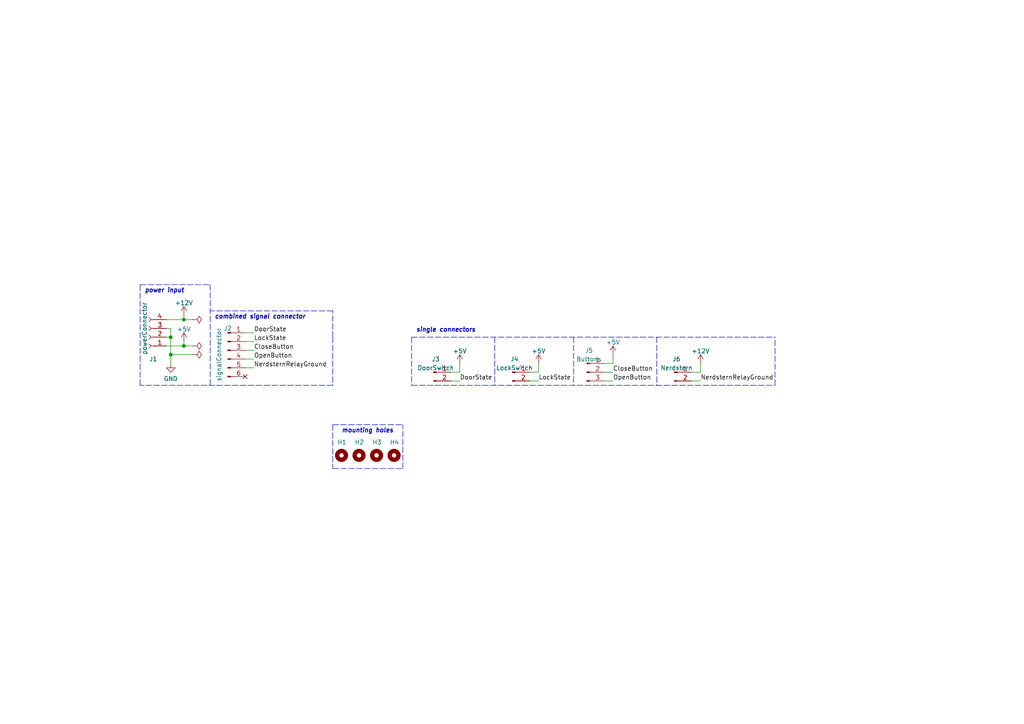
<source format=kicad_sch>
(kicad_sch (version 20211123) (generator eeschema)
  (paper "A4")
  (lib_symbols
    (symbol "Connector:Conn_01x02_Male" (pin_names (offset 1.016) hide)
      (property "Reference" "J" (at 0 2.54 0))
      (property "Value" "Conn_01x02_Male" (at 0 -5.08 0))
      (symbol "Conn_01x02_Male_1_1"
        (polyline (pts (xy 1.27 -2.54) (xy 0.8636 -2.54)) (stroke (width 0.1524)))
        (polyline (pts (xy 1.27 0) (xy 0.8636 0)) (stroke (width 0.1524)))
        (rectangle (start 0.8636 -2.413) (end 0 -2.667) (stroke (width 0.1524)) (fill (type outline)))
        (rectangle (start 0.8636 0.127) (end 0 -0.127) (stroke (width 0.1524)) (fill (type outline)))
        (pin passive line (at 5.08 0 180) (length 3.81) (name "Pin_1") (number "1"))
        (pin passive line (at 5.08 -2.54 180) (length 3.81) (name "Pin_2") (number "2"))
      )
    )
    (symbol "Connector:Conn_01x03_Male" (pin_names (offset 1.016) hide)
      (property "Reference" "J" (at 0 5.08 0))
      (property "Value" "Conn_01x03_Male" (at 0 -5.08 0))
      (symbol "Conn_01x03_Male_1_1"
        (polyline (pts (xy 1.27 -2.54) (xy 0.8636 -2.54)) (stroke (width 0.1524)))
        (polyline (pts (xy 1.27 0) (xy 0.8636 0)) (stroke (width 0.1524)))
        (polyline (pts (xy 1.27 2.54) (xy 0.8636 2.54)) (stroke (width 0.1524)))
        (rectangle (start 0.8636 -2.413) (end 0 -2.667) (stroke (width 0.1524)) (fill (type outline)))
        (rectangle (start 0.8636 0.127) (end 0 -0.127) (stroke (width 0.1524)) (fill (type outline)))
        (rectangle (start 0.8636 2.667) (end 0 2.413) (stroke (width 0.1524)) (fill (type outline)))
        (pin passive line (at 5.08 2.54 180) (length 3.81) (name "Pin_1") (number "1"))
        (pin passive line (at 5.08 0 180) (length 3.81) (name "Pin_2") (number "2"))
        (pin passive line (at 5.08 -2.54 180) (length 3.81) (name "Pin_3") (number "3"))
      )
    )
    (symbol "Connector:Conn_01x04_Female" (pin_names (offset 1.016) hide)
      (property "Reference" "J" (at 0 5.08 0))
      (property "Value" "Conn_01x04_Female" (at 0 -7.62 0))
      (symbol "Conn_01x04_Female_1_1"
        (arc (start 0 -4.572) (mid -0.508 -5.08) (end 0 -5.588) (stroke (width 0.1524)))
        (arc (start 0 -2.032) (mid -0.508 -2.54) (end 0 -3.048) (stroke (width 0.1524)))
        (polyline (pts (xy -1.27 -5.08) (xy -0.508 -5.08)) (stroke (width 0.1524)))
        (polyline (pts (xy -1.27 -2.54) (xy -0.508 -2.54)) (stroke (width 0.1524)))
        (polyline (pts (xy -1.27 0) (xy -0.508 0)) (stroke (width 0.1524)))
        (polyline (pts (xy -1.27 2.54) (xy -0.508 2.54)) (stroke (width 0.1524)))
        (arc (start 0 0.508) (mid -0.508 0) (end 0 -0.508) (stroke (width 0.1524)))
        (arc (start 0 3.048) (mid -0.508 2.54) (end 0 2.032) (stroke (width 0.1524)))
        (pin passive line (at -5.08 2.54 0) (length 3.81) (name "Pin_1") (number "1"))
        (pin passive line (at -5.08 0 0) (length 3.81) (name "Pin_2") (number "2"))
        (pin passive line (at -5.08 -2.54 0) (length 3.81) (name "Pin_3") (number "3"))
        (pin passive line (at -5.08 -5.08 0) (length 3.81) (name "Pin_4") (number "4"))
      )
    )
    (symbol "Connector:Conn_01x06_Male" (pin_names (offset 1.016) hide)
      (property "Reference" "J" (at 0 7.62 0))
      (property "Value" "Conn_01x06_Male" (at 0 -10.16 0))
      (symbol "Conn_01x06_Male_1_1"
        (polyline (pts (xy 1.27 -7.62) (xy 0.8636 -7.62)) (stroke (width 0.1524)))
        (polyline (pts (xy 1.27 -5.08) (xy 0.8636 -5.08)) (stroke (width 0.1524)))
        (polyline (pts (xy 1.27 -2.54) (xy 0.8636 -2.54)) (stroke (width 0.1524)))
        (polyline (pts (xy 1.27 0) (xy 0.8636 0)) (stroke (width 0.1524)))
        (polyline (pts (xy 1.27 2.54) (xy 0.8636 2.54)) (stroke (width 0.1524)))
        (polyline (pts (xy 1.27 5.08) (xy 0.8636 5.08)) (stroke (width 0.1524)))
        (rectangle (start 0.8636 -7.493) (end 0 -7.747) (stroke (width 0.1524)) (fill (type outline)))
        (rectangle (start 0.8636 -4.953) (end 0 -5.207) (stroke (width 0.1524)) (fill (type outline)))
        (rectangle (start 0.8636 -2.413) (end 0 -2.667) (stroke (width 0.1524)) (fill (type outline)))
        (rectangle (start 0.8636 0.127) (end 0 -0.127) (stroke (width 0.1524)) (fill (type outline)))
        (rectangle (start 0.8636 2.667) (end 0 2.413) (stroke (width 0.1524)) (fill (type outline)))
        (rectangle (start 0.8636 5.207) (end 0 4.953) (stroke (width 0.1524)) (fill (type outline)))
        (pin passive line (at 5.08 5.08 180) (length 3.81) (name "Pin_1") (number "1"))
        (pin passive line (at 5.08 2.54 180) (length 3.81) (name "Pin_2") (number "2"))
        (pin passive line (at 5.08 0 180) (length 3.81) (name "Pin_3") (number "3"))
        (pin passive line (at 5.08 -2.54 180) (length 3.81) (name "Pin_4") (number "4"))
        (pin passive line (at 5.08 -5.08 180) (length 3.81) (name "Pin_5") (number "5"))
        (pin passive line (at 5.08 -7.62 180) (length 3.81) (name "Pin_6") (number "6"))
      )
    )
    (symbol "Mechanical:MountingHole" (pin_names (offset 1.016))
      (property "Reference" "H" (at 0 5.08 0))
      (property "Value" "MountingHole" (at 0 3.175 0))
      (symbol "MountingHole_0_1"
        (circle (center 0 0) (radius 1.27) (stroke (width 1.27)))
      )
    )
    (symbol "power:+12V" (power) (pin_names (offset 0))
      (property "Value" "+12V" (at 0 3.556 0))
      (symbol "+12V_0_1"
        (polyline (pts (xy -0.762 1.27) (xy 0 2.54)))
        (polyline (pts (xy 0 0) (xy 0 2.54)))
        (polyline (pts (xy 0 2.54) (xy 0.762 1.27)))
      )
      (symbol "+12V_1_1"
        (pin power_in line (at 0 0 90) (length 0) hide (name "+12V") (number "1"))
      )
    )
    (symbol "power:+5V" (power) (pin_names (offset 0))
      (property "Value" "+5V" (at 0 3.556 0))
      (symbol "+5V_0_1"
        (polyline (pts (xy -0.762 1.27) (xy 0 2.54)))
        (polyline (pts (xy 0 0) (xy 0 2.54)))
        (polyline (pts (xy 0 2.54) (xy 0.762 1.27)))
      )
      (symbol "+5V_1_1"
        (pin power_in line (at 0 0 90) (length 0) hide (name "+5V") (number "1"))
      )
    )
    (symbol "power:GND" (power) (pin_names (offset 0))
      (property "Value" "GND" (at 0 -3.81 0))
      (symbol "GND_0_1"
        (polyline (pts (xy 0 0) (xy 0 -1.27) (xy 1.27 -1.27) (xy 0 -2.54) (xy -1.27 -1.27) (xy 0 -1.27)))
      )
      (symbol "GND_1_1"
        (pin power_in line (at 0 0 270) (length 0) hide (name "GND") (number "1"))
      )
    )
    (symbol "power:PWR_FLAG" (power) (pin_numbers hide) (pin_names (offset 0) hide)
      (property "Value" "PWR_FLAG" (at 0 3.81 0))
      (symbol "PWR_FLAG_0_0"
        (pin power_out line (at 0 0 90) (length 0) (name "pwr") (number "1"))
      )
      (symbol "PWR_FLAG_0_1"
        (polyline (pts (xy 0 0) (xy 0 1.27) (xy -1.016 1.905) (xy 0 2.54) (xy 1.016 1.905) (xy 0 1.27)))
      )
    )
  )
  (junction (at 49.53 97.79))
  (junction (at 49.53 102.87))
  (junction (at 53.34 100.33))
  (junction (at 53.34 92.71))
  (no_connect (at 71.12 109.22))
  (polyline (pts (xy 119.38 97.79) (xy 119.38 111.76)))
  (polyline (pts (xy 166.37 97.79) (xy 166.37 111.76)))
  (wire (pts (xy 203.2 105.41) (xy 203.2 107.95)))
  (wire (pts (xy 156.21 105.41) (xy 156.21 107.95)))
  (wire (pts (xy 133.35 105.41) (xy 133.35 107.95)))
  (wire (pts (xy 53.34 100.33) (xy 53.34 99.06)))
  (polyline (pts (xy 190.5 97.79) (xy 190.5 111.76)))
  (polyline (pts (xy 96.52 97.79) (xy 96.52 111.76)))
  (polyline (pts (xy 119.38 111.76) (xy 224.79 111.76)))
  (polyline (pts (xy 40.64 111.76) (xy 40.64 82.55)))
  (polyline (pts (xy 116.84 135.89) (xy 116.84 123.19)))
  (wire (pts (xy 153.67 110.49) (xy 156.21 110.49)))
  (polyline (pts (xy 143.51 97.79) (xy 143.51 111.76)))
  (polyline (pts (xy 119.38 97.79) (xy 224.79 97.79)))
  (wire (pts (xy 53.34 100.33) (xy 55.88 100.33)))
  (polyline (pts (xy 96.52 123.19) (xy 116.84 123.19)))
  (wire (pts (xy 156.21 107.95) (xy 153.67 107.95)))
  (polyline (pts (xy 96.52 135.89) (xy 116.84 135.89)))
  (polyline (pts (xy 60.96 82.55) (xy 60.96 111.76)))
  (wire (pts (xy 71.12 101.6) (xy 73.66 101.6)))
  (wire (pts (xy 53.34 91.44) (xy 53.34 92.71)))
  (wire (pts (xy 71.12 96.52) (xy 73.66 96.52)))
  (wire (pts (xy 71.12 99.06) (xy 73.66 99.06)))
  (wire (pts (xy 130.81 110.49) (xy 133.35 110.49)))
  (polyline (pts (xy 96.52 90.17) (xy 60.96 90.17)))
  (wire (pts (xy 71.12 106.68) (xy 73.66 106.68)))
  (wire (pts (xy 49.53 102.87) (xy 55.88 102.87)))
  (wire (pts (xy 177.8 105.41) (xy 175.26 105.41)))
  (wire (pts (xy 71.12 104.14) (xy 73.66 104.14)))
  (wire (pts (xy 203.2 107.95) (xy 200.66 107.95)))
  (wire (pts (xy 49.53 97.79) (xy 48.26 97.79)))
  (wire (pts (xy 175.26 107.95) (xy 177.8 107.95)))
  (wire (pts (xy 177.8 102.87) (xy 177.8 105.41)))
  (wire (pts (xy 49.53 102.87) (xy 49.53 97.79)))
  (wire (pts (xy 49.53 105.41) (xy 49.53 102.87)))
  (wire (pts (xy 130.81 107.95) (xy 133.35 107.95)))
  (wire (pts (xy 200.66 110.49) (xy 203.2 110.49)))
  (wire (pts (xy 53.34 92.71) (xy 55.88 92.71)))
  (wire (pts (xy 48.26 100.33) (xy 53.34 100.33)))
  (polyline (pts (xy 224.79 111.76) (xy 224.79 97.79)))
  (polyline (pts (xy 40.64 82.55) (xy 60.96 82.55)))
  (polyline (pts (xy 96.52 97.79) (xy 96.52 90.17)))
  (wire (pts (xy 49.53 95.25) (xy 49.53 97.79)))
  (polyline (pts (xy 96.52 111.76) (xy 40.64 111.76)))
  (wire (pts (xy 48.26 95.25) (xy 49.53 95.25)))
  (wire (pts (xy 48.26 92.71) (xy 53.34 92.71)))
  (polyline (pts (xy 96.52 123.19) (xy 96.52 135.89)))
  (wire (pts (xy 175.26 110.49) (xy 177.8 110.49)))
  (text "power input" (at 41.91 85.09 0) (effects (font (size 1.27 1.27) bold italic) (justify left bottom)))
  (text "single connectors" (at 120.65 96.52 0) (effects (font (size 1.27 1.27) (thickness 0.254) bold italic) (justify left bottom)))
  (text "mounting holes" (at 99.06 125.73 0) (effects (font (size 1.27 1.27) bold italic) (justify left bottom)))
  (text "combined signal connector" (at 62.23 92.71 0) (effects (font (size 1.27 1.27) bold italic) (justify left bottom)))
  (label "LockState" (at 73.66 99.06 0))
  (label "OpenButton" (at 73.66 104.14 0))
  (label "NerdsternRelayGround" (at 203.2 110.49 0))
  (label "LockState" (at 156.21 110.49 0))
  (label "CloseButton" (at 177.8 107.95 0))
  (label "DoorState" (at 133.35 110.49 0))
  (label "NerdsternRelayGround" (at 73.66 106.68 0))
  (label "CloseButton" (at 73.66 101.6 0))
  (label "DoorState" (at 73.66 96.52 0))
  (label "OpenButton" (at 177.8 110.49 0))
  (symbol (lib_id "power:PWR_FLAG") (at 55.88 92.71 270) (unit 1)
    (property "Reference" "#FLG0101" (effects hide))
    (property "Value" "PWR_FLAG" (effects hide))
  )
  (symbol (lib_id "Mechanical:MountingHole") (at 104.14 132.08 0) (unit 1)
    (property "Reference" "H2" (at 102.87 128.27 0) (effects (justify left)))
    (property "Value" "MountingHole" (effects hide))
    (property "Footprint" "MountingHole:MountingHole_3.2mm_M3_ISO14580" (effects hide))
  )
  (symbol (lib_id "Connector:Conn_01x02_Male") (at 125.73 107.95 0) (unit 1)
    (property "Reference" "J3" (at 126.365 104.174 0))
    (property "Value" "DoorSwitch" (at 126.365 106.7109 0))
    (property "Footprint" "Connector_Molex:Molex_PicoBlade_53047-0210_1x02_P1.25mm_Vertical" (effects hide))
  )
  (symbol (lib_id "power:+5V") (at 177.8 102.87 0) (unit 1)
    (property "Reference" "#PWR0104" (effects hide))
    (property "Value" "+5V" (at 177.8 99.2942 0))
  )
  (symbol (lib_id "Connector:Conn_01x06_Male") (at 66.04 101.6 0) (unit 1)
    (property "Reference" "J2" (at 66.04 95.25 0))
    (property "Value" "signalConnector" (at 63.5 102.87 90))
    (property "Footprint" "Connector_Molex:Molex_PicoBlade_53047-0610_1x06_P1.25mm_Vertical" (effects hide))
  )
  (symbol (lib_id "Connector:Conn_01x02_Male") (at 148.59 107.95 0) (unit 1)
    (property "Reference" "J4" (at 149.225 104.174 0))
    (property "Value" "LockSwitch" (at 149.225 106.7109 0))
    (property "Footprint" "Connector_Molex:Molex_PicoBlade_53047-0210_1x02_P1.25mm_Vertical" (effects hide))
  )
  (symbol (lib_id "power:+12V") (at 53.34 91.44 0) (unit 1)
    (property "Reference" "#PWR0102" (effects hide))
    (property "Value" "+12V" (at 53.34 87.8642 0))
  )
  (symbol (lib_id "power:+5V") (at 53.34 99.06 0) (unit 1)
    (property "Reference" "#PWR0103" (effects hide))
    (property "Value" "+5V" (at 53.34 95.4842 0))
  )
  (symbol (lib_id "Connector:Conn_01x04_Female") (at 43.18 97.79 180) (unit 1)
    (property "Reference" "J1" (at 44.45 104.14 0))
    (property "Value" "powerConnector" (at 41.91 95.25 90))
    (property "Footprint" "Connector_Phoenix_MSTB:PhoenixContact_MSTBA_2,5_4-G-5,08_1x04_P5.08mm_Horizontal" (effects hide))
  )
  (symbol (lib_id "power:PWR_FLAG") (at 55.88 102.87 270) (unit 1)
    (property "Reference" "#FLG0102" (effects hide))
    (property "Value" "PWR_FLAG" (effects hide))
  )
  (symbol (lib_id "Connector:Conn_01x02_Male") (at 195.58 107.95 0) (unit 1)
    (property "Reference" "J6" (at 196.215 104.174 0))
    (property "Value" "Nerdstern" (at 196.215 106.7109 0))
    (property "Footprint" "Connector_Molex:Molex_PicoBlade_53047-0210_1x02_P1.25mm_Vertical" (effects hide))
  )
  (symbol (lib_id "Mechanical:MountingHole") (at 109.22 132.08 0) (unit 1)
    (property "Reference" "H3" (at 107.95 128.27 0) (effects (justify left)))
    (property "Value" "MountingHole" (effects hide))
    (property "Footprint" "MountingHole:MountingHole_3.2mm_M3_ISO14580" (effects hide))
  )
  (symbol (lib_id "Mechanical:MountingHole") (at 114.3 132.08 0) (unit 1)
    (property "Reference" "H4" (at 113.03 128.27 0) (effects (justify left)))
    (property "Value" "MountingHole" (effects hide))
    (property "Footprint" "MountingHole:MountingHole_3.2mm_M3_ISO14580" (effects hide))
  )
  (symbol (lib_id "power:PWR_FLAG") (at 55.88 100.33 270) (unit 1)
    (property "Reference" "#FLG0103" (effects hide))
    (property "Value" "PWR_FLAG" (effects hide))
  )
  (symbol (lib_id "power:+12V") (at 203.2 105.41 0) (unit 1)
    (property "Reference" "#PWR0105" (effects hide))
    (property "Value" "+12V" (at 203.2 101.8342 0))
  )
  (symbol (lib_id "Mechanical:MountingHole") (at 99.06 132.08 0) (unit 1)
    (property "Reference" "H1" (at 97.79 128.27 0) (effects (justify left)))
    (property "Value" "MountingHole" (effects hide))
    (property "Footprint" "MountingHole:MountingHole_3.2mm_M3_ISO14580" (effects hide))
  )
  (symbol (lib_id "power:+5V") (at 133.35 105.41 0) (unit 1)
    (property "Reference" "#PWR0107" (effects hide))
    (property "Value" "+5V" (at 133.35 101.8342 0))
  )
  (symbol (lib_id "power:+5V") (at 156.21 105.41 0) (unit 1)
    (property "Reference" "#PWR0106" (effects hide))
    (property "Value" "+5V" (at 156.21 101.8342 0))
  )
  (symbol (lib_id "Connector:Conn_01x03_Male") (at 170.18 107.95 0) (unit 1)
    (property "Reference" "J5" (at 170.815 101.634 0))
    (property "Value" "Buttons" (at 170.815 104.1709 0))
    (property "Footprint" "Connector_Molex:Molex_PicoBlade_53047-0310_1x03_P1.25mm_Vertical" (effects hide))
  )
  (symbol (lib_id "power:GND") (at 49.53 105.41 0) (unit 1)
    (property "Reference" "#PWR0101" (effects hide))
    (property "Value" "GND" (at 49.53 109.8534 0))
  )
)
</source>
